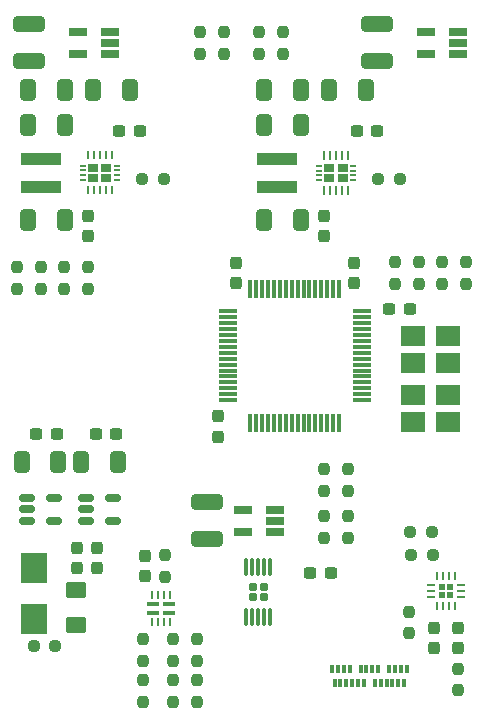
<source format=gtp>
G04 #@! TF.GenerationSoftware,KiCad,Pcbnew,(6.0.8)*
G04 #@! TF.CreationDate,2023-12-02T01:29:22+01:00*
G04 #@! TF.ProjectId,lamp_devboard,6c616d70-5f64-4657-9662-6f6172642e6b,rev?*
G04 #@! TF.SameCoordinates,Original*
G04 #@! TF.FileFunction,Paste,Top*
G04 #@! TF.FilePolarity,Positive*
%FSLAX46Y46*%
G04 Gerber Fmt 4.6, Leading zero omitted, Abs format (unit mm)*
G04 Created by KiCad (PCBNEW (6.0.8)) date 2023-12-02 01:29:22*
%MOMM*%
%LPD*%
G01*
G04 APERTURE LIST*
G04 Aperture macros list*
%AMRoundRect*
0 Rectangle with rounded corners*
0 $1 Rounding radius*
0 $2 $3 $4 $5 $6 $7 $8 $9 X,Y pos of 4 corners*
0 Add a 4 corners polygon primitive as box body*
4,1,4,$2,$3,$4,$5,$6,$7,$8,$9,$2,$3,0*
0 Add four circle primitives for the rounded corners*
1,1,$1+$1,$2,$3*
1,1,$1+$1,$4,$5*
1,1,$1+$1,$6,$7*
1,1,$1+$1,$8,$9*
0 Add four rect primitives between the rounded corners*
20,1,$1+$1,$2,$3,$4,$5,0*
20,1,$1+$1,$4,$5,$6,$7,0*
20,1,$1+$1,$6,$7,$8,$9,0*
20,1,$1+$1,$8,$9,$2,$3,0*%
G04 Aperture macros list end*
%ADD10RoundRect,0.237500X-0.237500X0.250000X-0.237500X-0.250000X0.237500X-0.250000X0.237500X0.250000X0*%
%ADD11RoundRect,0.250001X0.624999X-0.462499X0.624999X0.462499X-0.624999X0.462499X-0.624999X-0.462499X0*%
%ADD12RoundRect,0.150000X-0.512500X-0.150000X0.512500X-0.150000X0.512500X0.150000X-0.512500X0.150000X0*%
%ADD13RoundRect,0.237500X0.237500X-0.250000X0.237500X0.250000X-0.237500X0.250000X-0.237500X-0.250000X0*%
%ADD14RoundRect,0.075000X0.700000X0.075000X-0.700000X0.075000X-0.700000X-0.075000X0.700000X-0.075000X0*%
%ADD15RoundRect,0.075000X0.075000X0.700000X-0.075000X0.700000X-0.075000X-0.700000X0.075000X-0.700000X0*%
%ADD16RoundRect,0.145000X0.145000X0.145000X-0.145000X0.145000X-0.145000X-0.145000X0.145000X-0.145000X0*%
%ADD17RoundRect,0.062500X0.275000X0.062500X-0.275000X0.062500X-0.275000X-0.062500X0.275000X-0.062500X0*%
%ADD18RoundRect,0.062500X0.062500X0.275000X-0.062500X0.275000X-0.062500X-0.275000X0.062500X-0.275000X0*%
%ADD19RoundRect,0.237500X0.250000X0.237500X-0.250000X0.237500X-0.250000X-0.237500X0.250000X-0.237500X0*%
%ADD20RoundRect,0.250000X-1.075000X0.400000X-1.075000X-0.400000X1.075000X-0.400000X1.075000X0.400000X0*%
%ADD21R,1.560000X0.650000*%
%ADD22RoundRect,0.250000X0.412500X0.650000X-0.412500X0.650000X-0.412500X-0.650000X0.412500X-0.650000X0*%
%ADD23RoundRect,0.237500X0.300000X0.237500X-0.300000X0.237500X-0.300000X-0.237500X0.300000X-0.237500X0*%
%ADD24R,0.300000X0.800000*%
%ADD25R,2.300000X2.500000*%
%ADD26RoundRect,0.237500X0.237500X-0.300000X0.237500X0.300000X-0.237500X0.300000X-0.237500X-0.300000X0*%
%ADD27RoundRect,0.237500X-0.300000X-0.237500X0.300000X-0.237500X0.300000X0.237500X-0.300000X0.237500X0*%
%ADD28RoundRect,0.237500X0.237500X-0.287500X0.237500X0.287500X-0.237500X0.287500X-0.237500X-0.287500X0*%
%ADD29RoundRect,0.250000X-0.412500X-0.650000X0.412500X-0.650000X0.412500X0.650000X-0.412500X0.650000X0*%
%ADD30RoundRect,0.237500X-0.250000X-0.237500X0.250000X-0.237500X0.250000X0.237500X-0.250000X0.237500X0*%
%ADD31R,2.100000X1.800000*%
%ADD32RoundRect,0.157500X-0.222500X0.157500X-0.222500X-0.157500X0.222500X-0.157500X0.222500X0.157500X0*%
%ADD33RoundRect,0.075000X-0.075000X0.650000X-0.075000X-0.650000X0.075000X-0.650000X0.075000X0.650000X0*%
%ADD34RoundRect,0.100000X-0.425000X-0.100000X0.425000X-0.100000X0.425000X0.100000X-0.425000X0.100000X0*%
%ADD35RoundRect,0.050000X0.050000X0.250000X-0.050000X0.250000X-0.050000X-0.250000X0.050000X-0.250000X0*%
%ADD36RoundRect,0.237500X-0.237500X0.300000X-0.237500X-0.300000X0.237500X-0.300000X0.237500X0.300000X0*%
%ADD37R,3.400000X0.980000*%
%ADD38R,0.230000X0.230000*%
%ADD39O,0.230000X0.800000*%
%ADD40R,0.600000X0.150000*%
%ADD41R,0.600000X0.230000*%
%ADD42R,0.900000X0.650000*%
G04 APERTURE END LIST*
D10*
X54200000Y-111087500D03*
X54200000Y-112912500D03*
D11*
X46000000Y-109887500D03*
X46000000Y-106912500D03*
D12*
X41862500Y-99150000D03*
X41862500Y-100100000D03*
X41862500Y-101050000D03*
X44137500Y-101050000D03*
X44137500Y-99150000D03*
D13*
X56500000Y-61512500D03*
X56500000Y-59687500D03*
D14*
X70175000Y-90850000D03*
X70175000Y-90350000D03*
X70175000Y-89850000D03*
X70175000Y-89350000D03*
X70175000Y-88850000D03*
X70175000Y-88350000D03*
X70175000Y-87850000D03*
X70175000Y-87350000D03*
X70175000Y-86850000D03*
X70175000Y-86350000D03*
X70175000Y-85850000D03*
X70175000Y-85350000D03*
X70175000Y-84850000D03*
X70175000Y-84350000D03*
X70175000Y-83850000D03*
X70175000Y-83350000D03*
D15*
X68250000Y-81425000D03*
X67750000Y-81425000D03*
X67250000Y-81425000D03*
X66750000Y-81425000D03*
X66250000Y-81425000D03*
X65750000Y-81425000D03*
X65250000Y-81425000D03*
X64750000Y-81425000D03*
X64250000Y-81425000D03*
X63750000Y-81425000D03*
X63250000Y-81425000D03*
X62750000Y-81425000D03*
X62250000Y-81425000D03*
X61750000Y-81425000D03*
X61250000Y-81425000D03*
X60750000Y-81425000D03*
D14*
X58825000Y-83350000D03*
X58825000Y-83850000D03*
X58825000Y-84350000D03*
X58825000Y-84850000D03*
X58825000Y-85350000D03*
X58825000Y-85850000D03*
X58825000Y-86350000D03*
X58825000Y-86850000D03*
X58825000Y-87350000D03*
X58825000Y-87850000D03*
X58825000Y-88350000D03*
X58825000Y-88850000D03*
X58825000Y-89350000D03*
X58825000Y-89850000D03*
X58825000Y-90350000D03*
X58825000Y-90850000D03*
D15*
X60750000Y-92775000D03*
X61250000Y-92775000D03*
X61750000Y-92775000D03*
X62250000Y-92775000D03*
X62750000Y-92775000D03*
X63250000Y-92775000D03*
X63750000Y-92775000D03*
X64250000Y-92775000D03*
X64750000Y-92775000D03*
X65250000Y-92775000D03*
X65750000Y-92775000D03*
X66250000Y-92775000D03*
X66750000Y-92775000D03*
X67250000Y-92775000D03*
X67750000Y-92775000D03*
X68250000Y-92775000D03*
D16*
X77660000Y-106640000D03*
X76940000Y-106640000D03*
X76940000Y-107360000D03*
X77660000Y-107360000D03*
D17*
X78562500Y-107500000D03*
X78562500Y-107000000D03*
X78562500Y-106500000D03*
D18*
X78050000Y-105737500D03*
X77550000Y-105737500D03*
X77050000Y-105737500D03*
X76550000Y-105737500D03*
D17*
X76037500Y-106500000D03*
X76037500Y-107000000D03*
X76037500Y-107500000D03*
D18*
X76550000Y-108262500D03*
X77050000Y-108262500D03*
X77550000Y-108262500D03*
X78050000Y-108262500D03*
D19*
X53412500Y-72100000D03*
X51587500Y-72100000D03*
D20*
X71500000Y-59050000D03*
X71500000Y-62150000D03*
D10*
X69000000Y-96687500D03*
X69000000Y-98512500D03*
D21*
X62850000Y-102050000D03*
X62850000Y-101100000D03*
X62850000Y-100150000D03*
X60150000Y-100150000D03*
X60150000Y-102050000D03*
D13*
X63500000Y-61512500D03*
X63500000Y-59687500D03*
D22*
X65062500Y-64600000D03*
X61937500Y-64600000D03*
D10*
X73000000Y-79187500D03*
X73000000Y-81012500D03*
D13*
X45000000Y-81425000D03*
X45000000Y-79600000D03*
D23*
X44362500Y-93750000D03*
X42637500Y-93750000D03*
D24*
X67675000Y-113590000D03*
X68175000Y-113590000D03*
X68675000Y-113590000D03*
X69175000Y-113590000D03*
X70075000Y-113590000D03*
X70575000Y-113590000D03*
X71075000Y-113590000D03*
X71575000Y-113590000D03*
X72475000Y-113590000D03*
X72975000Y-113590000D03*
X73475000Y-113590000D03*
X73975000Y-113590000D03*
X73775000Y-114790000D03*
X73275000Y-114790000D03*
X72775000Y-114790000D03*
X72275000Y-114790000D03*
X71775000Y-114790000D03*
X71275000Y-114790000D03*
X70375000Y-114790000D03*
X69875000Y-114790000D03*
X69375000Y-114790000D03*
X68875000Y-114790000D03*
X68375000Y-114790000D03*
X67875000Y-114790000D03*
D13*
X41000000Y-81425000D03*
X41000000Y-79600000D03*
D25*
X42400000Y-109350000D03*
X42400000Y-105050000D03*
D22*
X44500000Y-96100000D03*
X41375000Y-96100000D03*
D20*
X42000000Y-59050000D03*
X42000000Y-62150000D03*
D10*
X69000000Y-100687500D03*
X69000000Y-102512500D03*
X51700000Y-114587500D03*
X51700000Y-116412500D03*
D22*
X49562500Y-96100000D03*
X46437500Y-96100000D03*
D26*
X46100000Y-105062500D03*
X46100000Y-103337500D03*
D23*
X67562500Y-105500000D03*
X65837500Y-105500000D03*
D10*
X51700000Y-111087500D03*
X51700000Y-112912500D03*
D27*
X72500000Y-83100000D03*
X74225000Y-83100000D03*
D10*
X79000000Y-79187500D03*
X79000000Y-81012500D03*
D13*
X78300000Y-115412500D03*
X78300000Y-113587500D03*
D22*
X45062500Y-67600000D03*
X41937500Y-67600000D03*
D13*
X67000000Y-102512500D03*
X67000000Y-100687500D03*
D23*
X71500000Y-68100000D03*
X69775000Y-68100000D03*
D20*
X57070000Y-99480000D03*
X57070000Y-102580000D03*
D13*
X67000000Y-98512500D03*
X67000000Y-96687500D03*
D22*
X65062500Y-67600000D03*
X61937500Y-67600000D03*
D28*
X78300000Y-111875000D03*
X78300000Y-110125000D03*
D10*
X56200000Y-114587500D03*
X56200000Y-116412500D03*
D29*
X47437500Y-64600000D03*
X50562500Y-64600000D03*
D13*
X75000000Y-81012500D03*
X75000000Y-79187500D03*
D30*
X42387500Y-111700000D03*
X44212500Y-111700000D03*
D10*
X53500000Y-103987500D03*
X53500000Y-105812500D03*
D31*
X74550000Y-87750000D03*
X77450000Y-87750000D03*
X77450000Y-85450000D03*
X74550000Y-85450000D03*
D28*
X76300000Y-111875000D03*
X76300000Y-110125000D03*
D19*
X73412500Y-72100000D03*
X71587500Y-72100000D03*
D32*
X61870000Y-106710000D03*
X61870000Y-107490000D03*
X60930000Y-107490000D03*
X60930000Y-106710000D03*
D33*
X62400000Y-104950000D03*
X61900000Y-104950000D03*
X61400000Y-104950000D03*
X60900000Y-104950000D03*
X60400000Y-104950000D03*
X60400000Y-109250000D03*
X60900000Y-109250000D03*
X61400000Y-109250000D03*
X61900000Y-109250000D03*
X62400000Y-109250000D03*
D34*
X52525000Y-108150000D03*
X52525000Y-108850000D03*
D35*
X52450000Y-109650000D03*
X52950000Y-109650000D03*
X53450000Y-109650000D03*
X53950000Y-109650000D03*
D34*
X53875000Y-108850000D03*
X53875000Y-108150000D03*
D35*
X53950000Y-107350000D03*
X53450000Y-107350000D03*
X52950000Y-107350000D03*
X52450000Y-107350000D03*
D36*
X67000000Y-75237500D03*
X67000000Y-76962500D03*
D13*
X58500000Y-61512500D03*
X58500000Y-59687500D03*
D10*
X47000000Y-79600000D03*
X47000000Y-81425000D03*
D22*
X45062500Y-64600000D03*
X41937500Y-64600000D03*
D10*
X54200000Y-114587500D03*
X54200000Y-116412500D03*
D13*
X61500000Y-61512500D03*
X61500000Y-59687500D03*
D36*
X47000000Y-75237500D03*
X47000000Y-76962500D03*
D26*
X51800000Y-105762500D03*
X51800000Y-104037500D03*
D37*
X63000000Y-72785000D03*
X63000000Y-70415000D03*
D10*
X43000000Y-79600000D03*
X43000000Y-81425000D03*
D38*
X67000000Y-73385000D03*
D39*
X67000000Y-73100000D03*
D38*
X67500000Y-73385000D03*
D39*
X67500000Y-73100000D03*
D38*
X68000000Y-73385000D03*
D39*
X68000000Y-73100000D03*
X68500000Y-73100000D03*
D38*
X68500000Y-73385000D03*
D39*
X69000000Y-73100000D03*
D38*
X69000000Y-73385000D03*
D39*
X69000000Y-70150000D03*
D38*
X69000000Y-69865000D03*
X68500000Y-69865000D03*
D39*
X68500000Y-70150000D03*
D38*
X68000000Y-69865000D03*
D39*
X68000000Y-70150000D03*
X67500000Y-70150000D03*
D38*
X67500000Y-69865000D03*
X67000000Y-69865000D03*
D39*
X67000000Y-70150000D03*
D40*
X66575000Y-71025000D03*
X69425000Y-72225000D03*
D41*
X66575000Y-72225000D03*
D40*
X69425000Y-71825000D03*
D41*
X66575000Y-71825000D03*
D40*
X66575000Y-71825000D03*
D41*
X66575000Y-71425000D03*
X66575000Y-71025000D03*
D40*
X66575000Y-71425000D03*
D42*
X67440000Y-71190000D03*
D40*
X69425000Y-71025000D03*
D41*
X69425000Y-72225000D03*
X69425000Y-71425000D03*
D40*
X66575000Y-72225000D03*
D42*
X68560000Y-72060000D03*
X68560000Y-71190000D03*
X67440000Y-72060000D03*
D41*
X69425000Y-71825000D03*
D40*
X69425000Y-71425000D03*
D41*
X69425000Y-71025000D03*
D19*
X76212500Y-104000000D03*
X74387500Y-104000000D03*
D26*
X59500000Y-80962500D03*
X59500000Y-79237500D03*
D23*
X51362500Y-68100000D03*
X49637500Y-68100000D03*
D10*
X74200000Y-108787500D03*
X74200000Y-110612500D03*
D39*
X47000000Y-73075000D03*
D38*
X47000000Y-73360000D03*
D39*
X47500000Y-73075000D03*
D38*
X47500000Y-73360000D03*
X48000000Y-73360000D03*
D39*
X48000000Y-73075000D03*
X48500000Y-73075000D03*
D38*
X48500000Y-73360000D03*
D39*
X49000000Y-73075000D03*
D38*
X49000000Y-73360000D03*
D39*
X49000000Y-70125000D03*
D38*
X49000000Y-69840000D03*
X48500000Y-69840000D03*
D39*
X48500000Y-70125000D03*
D38*
X48000000Y-69840000D03*
D39*
X48000000Y-70125000D03*
D38*
X47500000Y-69840000D03*
D39*
X47500000Y-70125000D03*
X47000000Y-70125000D03*
D38*
X47000000Y-69840000D03*
D40*
X46575000Y-71800000D03*
D41*
X46575000Y-71800000D03*
D42*
X47440000Y-71165000D03*
D41*
X46575000Y-71000000D03*
X49425000Y-71000000D03*
X49425000Y-71800000D03*
D42*
X48560000Y-72035000D03*
D40*
X46575000Y-71000000D03*
D42*
X48560000Y-71165000D03*
D40*
X49425000Y-71400000D03*
X49425000Y-71800000D03*
D42*
X47440000Y-72035000D03*
D40*
X49425000Y-71000000D03*
D41*
X46575000Y-72200000D03*
D40*
X46575000Y-71400000D03*
D41*
X46575000Y-71400000D03*
D40*
X49425000Y-72200000D03*
D41*
X49425000Y-72200000D03*
D40*
X46575000Y-72200000D03*
D41*
X49425000Y-71400000D03*
D22*
X45062500Y-75600000D03*
X41937500Y-75600000D03*
D13*
X77000000Y-81012500D03*
X77000000Y-79187500D03*
D26*
X47800000Y-105062500D03*
X47800000Y-103337500D03*
D36*
X58000000Y-92237500D03*
X58000000Y-93962500D03*
D12*
X46862500Y-99150000D03*
X46862500Y-100100000D03*
X46862500Y-101050000D03*
X49137500Y-101050000D03*
X49137500Y-99150000D03*
D29*
X67437500Y-64600000D03*
X70562500Y-64600000D03*
D21*
X48850000Y-61550000D03*
X48850000Y-60600000D03*
X48850000Y-59650000D03*
X46150000Y-59650000D03*
X46150000Y-61550000D03*
D31*
X74550000Y-92750000D03*
X77450000Y-92750000D03*
X77450000Y-90450000D03*
X74550000Y-90450000D03*
D23*
X49362500Y-93750000D03*
X47637500Y-93750000D03*
D37*
X43000000Y-72785000D03*
X43000000Y-70415000D03*
D26*
X69500000Y-80962500D03*
X69500000Y-79237500D03*
D22*
X65062500Y-75600000D03*
X61937500Y-75600000D03*
D19*
X76125000Y-102000000D03*
X74300000Y-102000000D03*
D21*
X78350000Y-61550000D03*
X78350000Y-60600000D03*
X78350000Y-59650000D03*
X75650000Y-59650000D03*
X75650000Y-61550000D03*
D10*
X56200000Y-111087500D03*
X56200000Y-112912500D03*
M02*

</source>
